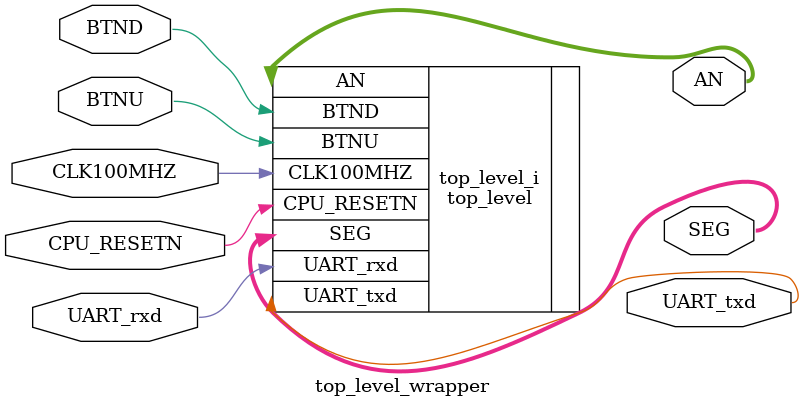
<source format=v>
`timescale 1 ps / 1 ps

module top_level_wrapper
   (AN,
    BTND,
    BTNU,
    CLK100MHZ,
    CPU_RESETN,
    SEG,
    UART_rxd,
    UART_txd);
  output [7:0]AN;
  input BTND;
  input BTNU;
  input CLK100MHZ;
  input CPU_RESETN;
  output [7:0]SEG;
  input UART_rxd;
  output UART_txd;

  wire [7:0]AN;
  wire BTND;
  wire BTNU;
  wire CLK100MHZ;
  wire CPU_RESETN;
  wire [7:0]SEG;
  wire UART_rxd;
  wire UART_txd;

  top_level top_level_i
       (.AN(AN),
        .BTND(BTND),
        .BTNU(BTNU),
        .CLK100MHZ(CLK100MHZ),
        .CPU_RESETN(CPU_RESETN),
        .SEG(SEG),
        .UART_rxd(UART_rxd),
        .UART_txd(UART_txd));
endmodule

</source>
